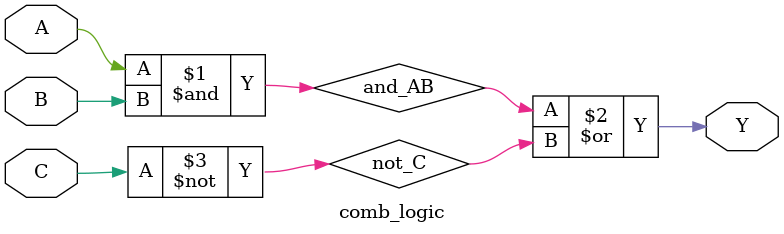
<source format=v>

module comb_logic (
    output Y,
    input  A,
    input  B,
    input  C
);

    // Output
    wire Y;

    // Inputs
    wire A;
    wire B;
    wire C;

    // Internal wires
    wire not_C;
    wire and_AB;

    // Instantiate NOT gate for C
    not (not_C, C);

    // Instantiate AND gate for A and B
    and (and_AB, A, B);

    // Instantiate OR gate for and_AB and not_C
    or (Y, and_AB, not_C);

endmodule

</source>
